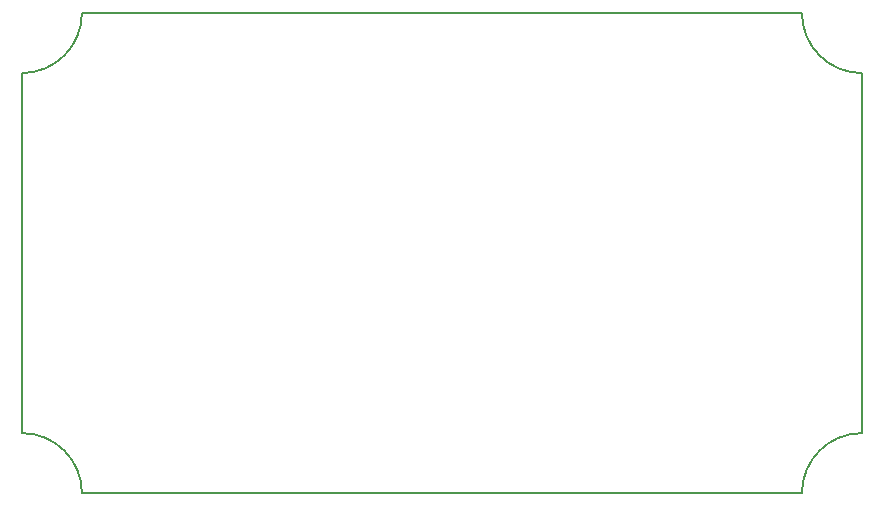
<source format=gbr>
G04 #@! TF.GenerationSoftware,KiCad,Pcbnew,(5.0.2)-1*
G04 #@! TF.CreationDate,2019-03-23T22:27:34-05:00*
G04 #@! TF.ProjectId,Power-Interposer-Board-AC,506f7765-722d-4496-9e74-6572706f7365,rev?*
G04 #@! TF.SameCoordinates,Original*
G04 #@! TF.FileFunction,Profile,NP*
%FSLAX46Y46*%
G04 Gerber Fmt 4.6, Leading zero omitted, Abs format (unit mm)*
G04 Created by KiCad (PCBNEW (5.0.2)-1) date 3/23/2019 10:27:34 PM*
%MOMM*%
%LPD*%
G01*
G04 APERTURE LIST*
%ADD10C,0.150000*%
G04 APERTURE END LIST*
D10*
X182880000Y-99060000D02*
G75*
G02X177800000Y-93980000I0J5080000D01*
G01*
X177800000Y-134620000D02*
G75*
G02X182880000Y-129540000I5080000J0D01*
G01*
X111760000Y-129540000D02*
G75*
G02X116840000Y-134620000I0J-5080000D01*
G01*
X116840000Y-93980000D02*
G75*
G02X111760000Y-99060000I-5080000J0D01*
G01*
X177800000Y-93980000D02*
X116840000Y-93980000D01*
X182880000Y-129540000D02*
X182880000Y-99060000D01*
X116840000Y-134620000D02*
X177800000Y-134620000D01*
X111760000Y-99060000D02*
X111760000Y-129540000D01*
M02*

</source>
